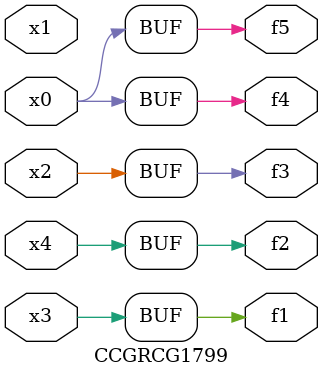
<source format=v>
module CCGRCG1799(
	input x0, x1, x2, x3, x4,
	output f1, f2, f3, f4, f5
);
	assign f1 = x3;
	assign f2 = x4;
	assign f3 = x2;
	assign f4 = x0;
	assign f5 = x0;
endmodule

</source>
